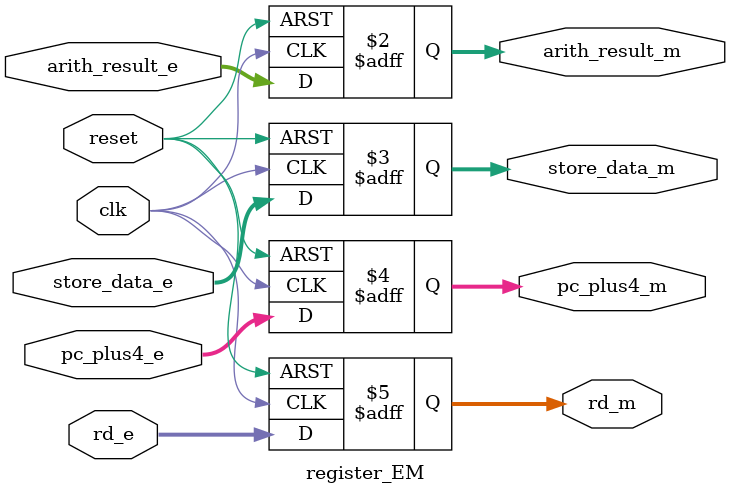
<source format=sv>
`timescale 1ns / 1ps


module register_EM (
input logic clk, reset,
input logic [31:0] arith_result_e, store_data_e,
input logic [31:0] pc_plus4_e,
input logic [4:0] rd_e, 
output logic [31:0] arith_result_m, store_data_m,
output logic [31:0] pc_plus4_m,
output logic [4:0] rd_m
    );

always_ff @( posedge clk, posedge reset ) 
begin 
    if(reset) 
        begin
            arith_result_m <= 0;
            store_data_m <= 0;
            rd_m <= 0; 
            pc_plus4_m <= 0;
        end
    else
        begin
            arith_result_m <= arith_result_e;
            store_data_m <= store_data_e;
            rd_m <= rd_e; 
            pc_plus4_m <= pc_plus4_e;        
        end
end

endmodule

</source>
